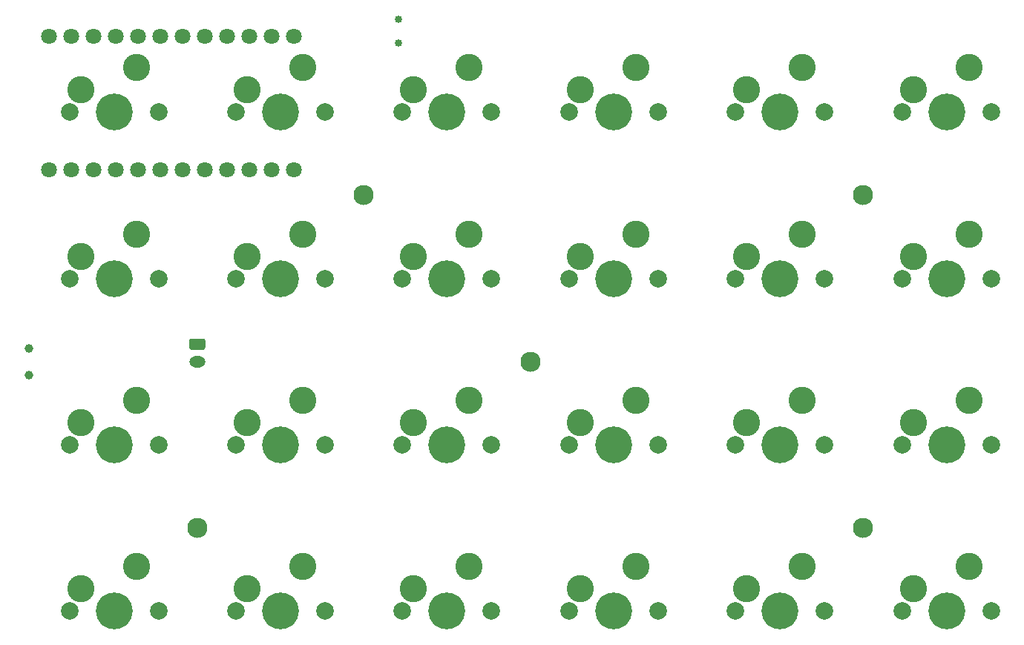
<source format=gts>
G04 #@! TF.GenerationSoftware,KiCad,Pcbnew,8.0.6+1*
G04 #@! TF.CreationDate,2024-11-11T16:29:32+00:00*
G04 #@! TF.ProjectId,not_about_money,6e6f745f-6162-46f7-9574-5f6d6f6e6579,v1.0.0*
G04 #@! TF.SameCoordinates,Original*
G04 #@! TF.FileFunction,Soldermask,Top*
G04 #@! TF.FilePolarity,Negative*
%FSLAX46Y46*%
G04 Gerber Fmt 4.6, Leading zero omitted, Abs format (unit mm)*
G04 Created by KiCad (PCBNEW 8.0.6+1) date 2024-11-11 16:29:32*
%MOMM*%
%LPD*%
G01*
G04 APERTURE LIST*
%ADD10C,2.300000*%
%ADD11C,4.200000*%
%ADD12C,2.000000*%
%ADD13C,3.100000*%
%ADD14C,1.800000*%
%ADD15C,1.000000*%
%ADD16C,0.850000*%
%ADD17O,1.850000X1.300000*%
G04 APERTURE END LIST*
D10*
X128500000Y-52500000D03*
X185500000Y-52500000D03*
X185500000Y-90500000D03*
X109500000Y-90500000D03*
X147500000Y-71500000D03*
D11*
X100000000Y-100000000D03*
D12*
X105080000Y-100000000D03*
X94920000Y-100000000D03*
D13*
X102540000Y-94920000D03*
X96190000Y-97460000D03*
D11*
X100000000Y-81000000D03*
D12*
X105080000Y-81000000D03*
X94920000Y-81000000D03*
D13*
X102540000Y-75920000D03*
X96190000Y-78460000D03*
D11*
X100000000Y-62000000D03*
D12*
X105080000Y-62000000D03*
X94920000Y-62000000D03*
D13*
X102540000Y-56920000D03*
X96190000Y-59460000D03*
D11*
X100000000Y-43000000D03*
D12*
X105080000Y-43000000D03*
X94920000Y-43000000D03*
D13*
X102540000Y-37920000D03*
X96190000Y-40460000D03*
D11*
X119000000Y-100000000D03*
D12*
X124080000Y-100000000D03*
X113920000Y-100000000D03*
D13*
X121540000Y-94920000D03*
X115190000Y-97460000D03*
D11*
X119000000Y-81000000D03*
D12*
X124080000Y-81000000D03*
X113920000Y-81000000D03*
D13*
X121540000Y-75920000D03*
X115190000Y-78460000D03*
D11*
X119000000Y-62000000D03*
D12*
X124080000Y-62000000D03*
X113920000Y-62000000D03*
D13*
X121540000Y-56920000D03*
X115190000Y-59460000D03*
D11*
X119000000Y-43000000D03*
D12*
X124080000Y-43000000D03*
X113920000Y-43000000D03*
D13*
X121540000Y-37920000D03*
X115190000Y-40460000D03*
D11*
X138000000Y-100000000D03*
D12*
X143080000Y-100000000D03*
X132920000Y-100000000D03*
D13*
X140540000Y-94920000D03*
X134190000Y-97460000D03*
D11*
X138000000Y-81000000D03*
D12*
X143080000Y-81000000D03*
X132920000Y-81000000D03*
D13*
X140540000Y-75920000D03*
X134190000Y-78460000D03*
D11*
X138000000Y-62000000D03*
D12*
X143080000Y-62000000D03*
X132920000Y-62000000D03*
D13*
X140540000Y-56920000D03*
X134190000Y-59460000D03*
D11*
X138000000Y-43000000D03*
D12*
X143080000Y-43000000D03*
X132920000Y-43000000D03*
D13*
X140540000Y-37920000D03*
X134190000Y-40460000D03*
D11*
X157000000Y-100000000D03*
D12*
X162080000Y-100000000D03*
X151920000Y-100000000D03*
D13*
X159540000Y-94920000D03*
X153190000Y-97460000D03*
D11*
X157000000Y-81000000D03*
D12*
X162080000Y-81000000D03*
X151920000Y-81000000D03*
D13*
X159540000Y-75920000D03*
X153190000Y-78460000D03*
D11*
X157000000Y-62000000D03*
D12*
X162080000Y-62000000D03*
X151920000Y-62000000D03*
D13*
X159540000Y-56920000D03*
X153190000Y-59460000D03*
D11*
X157000000Y-43000000D03*
D12*
X162080000Y-43000000D03*
X151920000Y-43000000D03*
D13*
X159540000Y-37920000D03*
X153190000Y-40460000D03*
D11*
X176000000Y-100000000D03*
D12*
X181080000Y-100000000D03*
X170920000Y-100000000D03*
D13*
X178540000Y-94920000D03*
X172190000Y-97460000D03*
D11*
X176000000Y-81000000D03*
D12*
X181080000Y-81000000D03*
X170920000Y-81000000D03*
D13*
X178540000Y-75920000D03*
X172190000Y-78460000D03*
D11*
X176000000Y-62000000D03*
D12*
X181080000Y-62000000D03*
X170920000Y-62000000D03*
D13*
X178540000Y-56920000D03*
X172190000Y-59460000D03*
D11*
X176000000Y-43000000D03*
D12*
X181080000Y-43000000D03*
X170920000Y-43000000D03*
D13*
X178540000Y-37920000D03*
X172190000Y-40460000D03*
D11*
X195000000Y-100000000D03*
D12*
X200080000Y-100000000D03*
X189920000Y-100000000D03*
D13*
X197540000Y-94920000D03*
X191190000Y-97460000D03*
D11*
X195000000Y-81000000D03*
D12*
X200080000Y-81000000D03*
X189920000Y-81000000D03*
D13*
X197540000Y-75920000D03*
X191190000Y-78460000D03*
D11*
X195000000Y-62000000D03*
D12*
X200080000Y-62000000D03*
X189920000Y-62000000D03*
D13*
X197540000Y-56920000D03*
X191190000Y-59460000D03*
D11*
X195000000Y-43000000D03*
D12*
X200080000Y-43000000D03*
X189920000Y-43000000D03*
D13*
X197540000Y-37920000D03*
X191190000Y-40460000D03*
D14*
X92600000Y-49620000D03*
X92600000Y-34380000D03*
X95140000Y-49620000D03*
X95140000Y-34380000D03*
X97680000Y-49620000D03*
X97680000Y-34380000D03*
X100220000Y-49620000D03*
X100220000Y-34380000D03*
X102760000Y-49620000D03*
X102760000Y-34380000D03*
X105300000Y-49620000D03*
X105300000Y-34380000D03*
X107840000Y-49620000D03*
X107840000Y-34380000D03*
X110380000Y-49620000D03*
X110380000Y-34380000D03*
X112920000Y-49620000D03*
X112920000Y-34380000D03*
X115460000Y-49620000D03*
X115460000Y-34380000D03*
X118000000Y-49620000D03*
X118000000Y-34380000D03*
X120540000Y-49620000D03*
X120540000Y-34380000D03*
D15*
X90275000Y-73000000D03*
X90275000Y-70000000D03*
D16*
X132500000Y-32375000D03*
X132500000Y-35125000D03*
G36*
G01*
X110165000Y-70150000D02*
X108835000Y-70150000D01*
G75*
G02*
X108575000Y-69890000I0J260000D01*
G01*
X108575000Y-69110000D01*
G75*
G02*
X108835000Y-68850000I260000J0D01*
G01*
X110165000Y-68850000D01*
G75*
G02*
X110425000Y-69110000I0J-260000D01*
G01*
X110425000Y-69890000D01*
G75*
G02*
X110165000Y-70150000I-260000J0D01*
G01*
G37*
D17*
X109500000Y-71500000D03*
M02*

</source>
